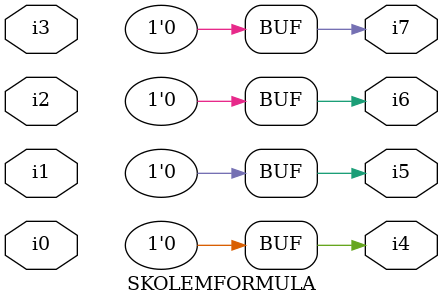
<source format=v>

module SKOLEMFORMULA ( 
    i0, i1, i2, i3,
    i4, i5, i6, i7  );
  input  i0, i1, i2, i3;
  output i4, i5, i6, i7;
  assign i4 = 1'b0;
  assign i5 = 1'b0;
  assign i6 = 1'b0;
  assign i7 = 1'b0;
endmodule



</source>
